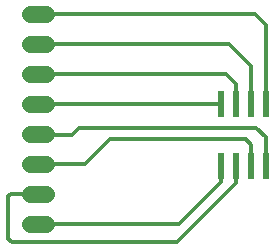
<source format=gbr>
G04 EAGLE Gerber RS-274X export*
G75*
%MOMM*%
%FSLAX34Y34*%
%LPD*%
%INTop Copper*%
%IPPOS*%
%AMOC8*
5,1,8,0,0,1.08239X$1,22.5*%
G01*
G04 Define Apertures*
%ADD10R,0.600000X2.200000*%
%ADD11C,1.422400*%
%ADD12C,0.304800*%
D10*
X213750Y107700D03*
X213750Y159700D03*
X201050Y107700D03*
X226450Y107700D03*
X239150Y107700D03*
X201050Y159700D03*
X226450Y159700D03*
X239150Y159700D03*
D11*
X53112Y58500D02*
X38888Y58500D01*
X38888Y83900D02*
X53112Y83900D01*
X53112Y109300D02*
X38888Y109300D01*
X38888Y134700D02*
X53112Y134700D01*
X53112Y160100D02*
X38888Y160100D01*
X38888Y210900D02*
X53112Y210900D01*
X53112Y185500D02*
X38888Y185500D01*
X38888Y236300D02*
X53112Y236300D01*
D12*
X201050Y107700D02*
X201050Y93700D01*
X165850Y58500D01*
X46000Y58500D01*
X213750Y93090D02*
X213750Y107700D01*
X213750Y93090D02*
X163661Y43000D01*
X24000Y43000D01*
X21000Y46000D01*
X21000Y82000D01*
X22900Y83900D01*
X46000Y83900D01*
X226450Y107700D02*
X226450Y125550D01*
X222000Y130000D01*
X107000Y130000D01*
X86000Y109000D01*
X46300Y109000D01*
X46000Y109300D01*
X239150Y107700D02*
X239150Y131850D01*
X231000Y140000D01*
X81000Y140000D01*
X75000Y134000D01*
X46700Y134000D01*
X46000Y134700D01*
X46000Y160100D02*
X200650Y160100D01*
X201050Y159700D01*
X205500Y185500D02*
X46000Y185500D01*
X205500Y185500D02*
X214000Y177000D01*
X214000Y159950D01*
X213750Y159700D01*
X208100Y210900D02*
X46000Y210900D01*
X208100Y210900D02*
X226450Y192550D01*
X226450Y159700D01*
X229700Y236300D02*
X46000Y236300D01*
X229700Y236300D02*
X239150Y226850D01*
X239150Y159700D01*
M02*

</source>
